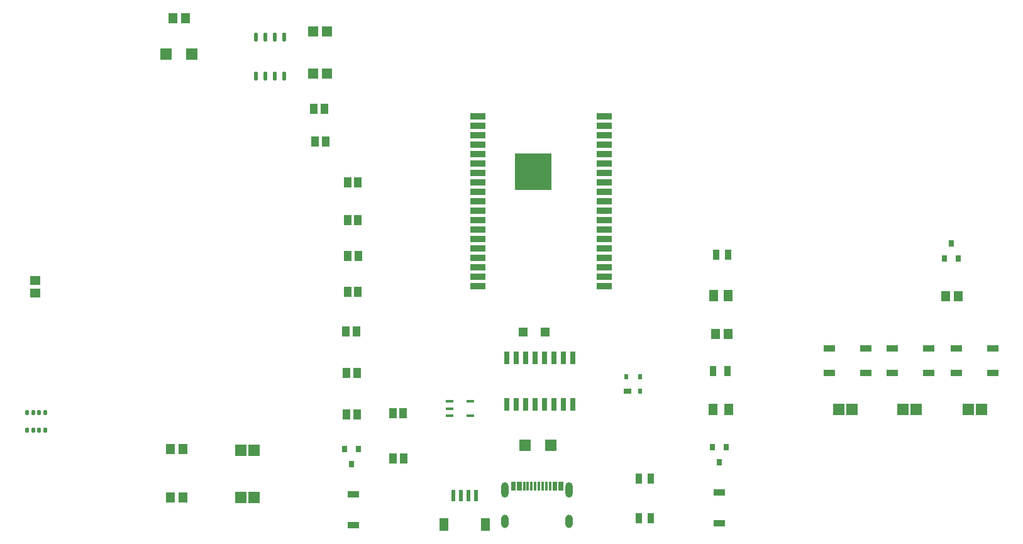
<source format=gtp>
G04*
G04 #@! TF.GenerationSoftware,Altium Limited,Altium Designer,25.5.2 (35)*
G04*
G04 Layer_Color=8421504*
%FSLAX44Y44*%
%MOMM*%
G71*
G04*
G04 #@! TF.SameCoordinates,227BAF76-4A0D-4DC8-B4C5-2559F8F0295E*
G04*
G04*
G04 #@! TF.FilePolarity,Positive*
G04*
G01*
G75*
G04:AMPARAMS|DCode=21|XSize=1mm|YSize=1.8mm|CornerRadius=0.5mm|HoleSize=0mm|Usage=FLASHONLY|Rotation=0.000|XOffset=0mm|YOffset=0mm|HoleType=Round|Shape=RoundedRectangle|*
%AMROUNDEDRECTD21*
21,1,1.0000,0.8000,0,0,0.0*
21,1,0.0000,1.8000,0,0,0.0*
1,1,1.0000,0.0000,-0.4000*
1,1,1.0000,0.0000,-0.4000*
1,1,1.0000,0.0000,0.4000*
1,1,1.0000,0.0000,0.4000*
%
%ADD21ROUNDEDRECTD21*%
G04:AMPARAMS|DCode=22|XSize=1mm|YSize=2.1mm|CornerRadius=0.5mm|HoleSize=0mm|Usage=FLASHONLY|Rotation=0.000|XOffset=0mm|YOffset=0mm|HoleType=Round|Shape=RoundedRectangle|*
%AMROUNDEDRECTD22*
21,1,1.0000,1.1000,0,0,0.0*
21,1,0.0000,2.1000,0,0,0.0*
1,1,1.0000,0.0000,-0.5500*
1,1,1.0000,0.0000,-0.5500*
1,1,1.0000,0.0000,0.5500*
1,1,1.0000,0.0000,0.5500*
%
%ADD22ROUNDEDRECTD22*%
%ADD23R,1.5000X0.9000*%
%ADD24R,0.8000X0.9000*%
%ADD25R,1.5000X0.9500*%
%ADD26R,0.8500X1.3500*%
%ADD27R,0.3000X1.1500*%
%ADD28R,0.6400X1.8000*%
%ADD29R,1.1046X1.3562*%
%ADD30O,0.5500X1.2500*%
%ADD31R,1.1000X1.3500*%
%ADD32R,1.2046X1.3621*%
%ADD33R,2.0000X0.9000*%
%ADD34R,1.5000X1.5000*%
%ADD35R,1.1303X0.4318*%
%ADD36R,0.6000X1.5500*%
%ADD37R,1.3621X1.2046*%
%ADD38R,1.5000X1.5500*%
G04:AMPARAMS|DCode=39|XSize=0.6858mm|YSize=0.5mm|CornerRadius=0.0625mm|HoleSize=0mm|Usage=FLASHONLY|Rotation=90.000|XOffset=0mm|YOffset=0mm|HoleType=Round|Shape=RoundedRectangle|*
%AMROUNDEDRECTD39*
21,1,0.6858,0.3750,0,0,90.0*
21,1,0.5608,0.5000,0,0,90.0*
1,1,0.1250,0.1875,0.2804*
1,1,0.1250,0.1875,-0.2804*
1,1,0.1250,-0.1875,-0.2804*
1,1,0.1250,-0.1875,0.2804*
%
%ADD39ROUNDEDRECTD39*%
%ADD40R,1.2500X1.2200*%
%ADD41R,1.4046X1.4621*%
%ADD42R,1.3061X1.5082*%
%ADD43R,5.0000X5.0000*%
%ADD44R,0.9500X1.4500*%
%ADD45R,1.2065X1.5082*%
%ADD46R,1.0000X0.7000*%
%ADD47R,1.2000X1.8000*%
%ADD48R,0.6000X0.7000*%
D21*
X1071880Y327152D02*
D03*
X985520Y326898D02*
D03*
D22*
X1071880Y369062D02*
D03*
X985520D02*
D03*
D23*
X1507120Y560060D02*
D03*
Y527060D02*
D03*
X1556120D02*
D03*
Y560060D02*
D03*
X1642480Y527060D02*
D03*
X1471030D02*
D03*
X1593480Y560060D02*
D03*
Y527060D02*
D03*
X1642480Y560060D02*
D03*
X1422030D02*
D03*
Y527060D02*
D03*
X1471030Y560060D02*
D03*
D24*
X1283310Y426560D02*
D03*
X1264310D02*
D03*
X1273810Y406560D02*
D03*
X788010Y424020D02*
D03*
X769010D02*
D03*
X778510Y404020D02*
D03*
X1595730Y680880D02*
D03*
X1576730D02*
D03*
X1586230Y700880D02*
D03*
D25*
X1273920Y366231D02*
D03*
Y324730D02*
D03*
X781050Y363690D02*
D03*
Y322191D02*
D03*
D26*
X1165230Y331470D02*
D03*
X1181730D02*
D03*
Y384810D02*
D03*
X1165230D02*
D03*
X1269370Y685800D02*
D03*
X1285870D02*
D03*
D27*
X1059200Y374520D02*
D03*
X1051200D02*
D03*
X1046200D02*
D03*
X1041200D02*
D03*
X1036200D02*
D03*
X1031200D02*
D03*
X1026200D02*
D03*
X1021200D02*
D03*
X1016200D02*
D03*
X1011200D02*
D03*
X1003200D02*
D03*
X995200D02*
D03*
X998200D02*
D03*
X1006200D02*
D03*
X1054200D02*
D03*
X1062200D02*
D03*
D28*
X988060Y546670D02*
D03*
X1000760D02*
D03*
X1013460D02*
D03*
X1026160D02*
D03*
X1038860D02*
D03*
X1051560D02*
D03*
X1064260D02*
D03*
X1076960D02*
D03*
Y484570D02*
D03*
X1064260D02*
D03*
X1051560D02*
D03*
X1038860D02*
D03*
X1026160D02*
D03*
X1013460D02*
D03*
X1000760D02*
D03*
X988060D02*
D03*
D29*
X786130Y471170D02*
D03*
X772014D02*
D03*
X786130Y527050D02*
D03*
X772014D02*
D03*
X785568Y582930D02*
D03*
X771452D02*
D03*
X848506Y472440D02*
D03*
X834390D02*
D03*
D30*
X650240Y926250D02*
D03*
X662940D02*
D03*
X675640D02*
D03*
X688340D02*
D03*
X650240Y978750D02*
D03*
X662940D02*
D03*
X675640D02*
D03*
X688340D02*
D03*
D31*
X787430Y783590D02*
D03*
X773430D02*
D03*
X787400Y732790D02*
D03*
X773400D02*
D03*
X788050Y684530D02*
D03*
X774050D02*
D03*
X787430Y636270D02*
D03*
X773430D02*
D03*
X743600Y838200D02*
D03*
X729600D02*
D03*
X742330Y882650D02*
D03*
X835010Y411480D02*
D03*
X849010D02*
D03*
X728330Y882650D02*
D03*
D32*
X552068Y359410D02*
D03*
X535052D02*
D03*
X552068Y424180D02*
D03*
X1269112Y579120D02*
D03*
X1286128D02*
D03*
X555496Y1004570D02*
D03*
X538480D02*
D03*
X1596008Y629920D02*
D03*
X1578992D02*
D03*
X535052Y424180D02*
D03*
D33*
X948690Y859790D02*
D03*
X1118690Y872490D02*
D03*
Y821690D02*
D03*
X948690Y872490D02*
D03*
Y694690D02*
D03*
X1118690Y859790D02*
D03*
Y847090D02*
D03*
Y834390D02*
D03*
Y808990D02*
D03*
Y796290D02*
D03*
Y783590D02*
D03*
Y770890D02*
D03*
Y758190D02*
D03*
Y745490D02*
D03*
Y732790D02*
D03*
Y720090D02*
D03*
Y707390D02*
D03*
Y694690D02*
D03*
Y681990D02*
D03*
Y669290D02*
D03*
Y656590D02*
D03*
Y643890D02*
D03*
X948690D02*
D03*
Y656590D02*
D03*
Y669290D02*
D03*
Y681990D02*
D03*
Y707390D02*
D03*
Y720090D02*
D03*
Y732790D02*
D03*
Y745490D02*
D03*
Y758190D02*
D03*
Y770890D02*
D03*
Y783590D02*
D03*
Y796290D02*
D03*
Y808990D02*
D03*
Y821690D02*
D03*
Y834390D02*
D03*
Y847090D02*
D03*
D34*
X1012470Y429260D02*
D03*
X563600Y956310D02*
D03*
X1047470Y429260D02*
D03*
X528600Y956310D02*
D03*
D35*
X938466Y488290D02*
D03*
X910654D02*
D03*
Y469290D02*
D03*
Y478790D02*
D03*
X938466Y469290D02*
D03*
D36*
X925990Y361670D02*
D03*
X915990D02*
D03*
X945990D02*
D03*
X935990D02*
D03*
D37*
X353060Y634112D02*
D03*
Y651128D02*
D03*
D38*
X647810Y422910D02*
D03*
Y359410D02*
D03*
X1626980Y477520D02*
D03*
X1539350D02*
D03*
X1452990D02*
D03*
X629810Y359410D02*
D03*
Y422910D02*
D03*
X1608980Y477520D02*
D03*
X1521350D02*
D03*
X1434990D02*
D03*
D39*
X358140Y449710D02*
D03*
X350140Y473710D02*
D03*
X342140Y449710D02*
D03*
Y473710D02*
D03*
X350140Y449710D02*
D03*
X366340D02*
D03*
X366140Y473710D02*
D03*
X358140D02*
D03*
D40*
X1039640Y581660D02*
D03*
X1010140D02*
D03*
D41*
X746108Y929640D02*
D03*
Y986790D02*
D03*
X727092Y929640D02*
D03*
Y986790D02*
D03*
D42*
X1286111Y631190D02*
D03*
X1266589D02*
D03*
D43*
X1023690Y797490D02*
D03*
D44*
X1284830Y529590D02*
D03*
X1265330D02*
D03*
D45*
X1286859Y477520D02*
D03*
X1265841D02*
D03*
D46*
X1150740Y501810D02*
D03*
D47*
X958990Y322920D02*
D03*
X902990D02*
D03*
D48*
X1167740Y501810D02*
D03*
Y521810D02*
D03*
X1148740D02*
D03*
M02*

</source>
